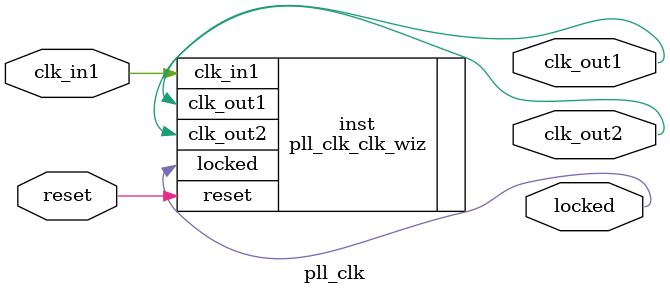
<source format=v>


`timescale 1ps/1ps

(* CORE_GENERATION_INFO = "pll_clk,clk_wiz_v6_0_6_0_0,{component_name=pll_clk,use_phase_alignment=true,use_min_o_jitter=false,use_max_i_jitter=false,use_dyn_phase_shift=false,use_inclk_switchover=false,use_dyn_reconfig=false,enable_axi=0,feedback_source=FDBK_AUTO,PRIMITIVE=MMCM,num_out_clk=2,clkin1_period=20.000,clkin2_period=10.0,use_power_down=false,use_reset=true,use_locked=true,use_inclk_stopped=false,feedback_type=SINGLE,CLOCK_MGR_TYPE=NA,manual_override=false}" *)

module pll_clk 
 (
  // Clock out ports
  output        clk_out1,
  output        clk_out2,
  // Status and control signals
  input         reset,
  output        locked,
 // Clock in ports
  input         clk_in1
 );

  pll_clk_clk_wiz inst
  (
  // Clock out ports  
  .clk_out1(clk_out1),
  .clk_out2(clk_out2),
  // Status and control signals               
  .reset(reset), 
  .locked(locked),
 // Clock in ports
  .clk_in1(clk_in1)
  );

endmodule

</source>
